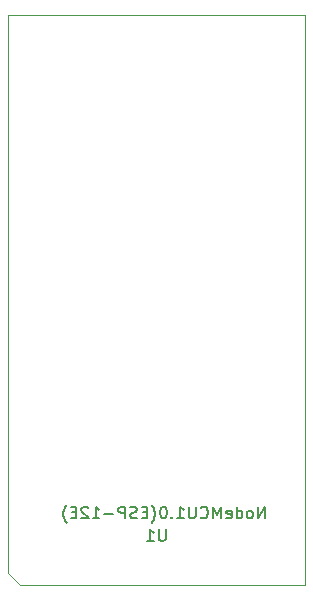
<source format=gbr>
G04 #@! TF.GenerationSoftware,KiCad,Pcbnew,5.1.5-52549c5~86~ubuntu18.04.1*
G04 #@! TF.CreationDate,2020-03-29T17:49:25+00:00*
G04 #@! TF.ProjectId,PIS,5049532e-6b69-4636-9164-5f7063625858,rev?*
G04 #@! TF.SameCoordinates,Original*
G04 #@! TF.FileFunction,Other,Fab,Bot*
%FSLAX46Y46*%
G04 Gerber Fmt 4.6, Leading zero omitted, Abs format (unit mm)*
G04 Created by KiCad (PCBNEW 5.1.5-52549c5~86~ubuntu18.04.1) date 2020-03-29 17:49:25*
%MOMM*%
%LPD*%
G04 APERTURE LIST*
%ADD10C,0.100000*%
%ADD11C,0.150000*%
G04 APERTURE END LIST*
D10*
X121158000Y-150876000D02*
X120142000Y-149860000D01*
X145288000Y-150876000D02*
X121158000Y-150876000D01*
X145288000Y-102616000D02*
X145288000Y-150876000D01*
X120142000Y-102616000D02*
X145288000Y-102616000D01*
X120142000Y-149860000D02*
X120142000Y-102616000D01*
D11*
X141873809Y-145232380D02*
X141873809Y-144232380D01*
X141302380Y-145232380D01*
X141302380Y-144232380D01*
X140683333Y-145232380D02*
X140778571Y-145184761D01*
X140826190Y-145137142D01*
X140873809Y-145041904D01*
X140873809Y-144756190D01*
X140826190Y-144660952D01*
X140778571Y-144613333D01*
X140683333Y-144565714D01*
X140540476Y-144565714D01*
X140445238Y-144613333D01*
X140397619Y-144660952D01*
X140350000Y-144756190D01*
X140350000Y-145041904D01*
X140397619Y-145137142D01*
X140445238Y-145184761D01*
X140540476Y-145232380D01*
X140683333Y-145232380D01*
X139492857Y-145232380D02*
X139492857Y-144232380D01*
X139492857Y-145184761D02*
X139588095Y-145232380D01*
X139778571Y-145232380D01*
X139873809Y-145184761D01*
X139921428Y-145137142D01*
X139969047Y-145041904D01*
X139969047Y-144756190D01*
X139921428Y-144660952D01*
X139873809Y-144613333D01*
X139778571Y-144565714D01*
X139588095Y-144565714D01*
X139492857Y-144613333D01*
X138635714Y-145184761D02*
X138730952Y-145232380D01*
X138921428Y-145232380D01*
X139016666Y-145184761D01*
X139064285Y-145089523D01*
X139064285Y-144708571D01*
X139016666Y-144613333D01*
X138921428Y-144565714D01*
X138730952Y-144565714D01*
X138635714Y-144613333D01*
X138588095Y-144708571D01*
X138588095Y-144803809D01*
X139064285Y-144899047D01*
X138159523Y-145232380D02*
X138159523Y-144232380D01*
X137826190Y-144946666D01*
X137492857Y-144232380D01*
X137492857Y-145232380D01*
X136445238Y-145137142D02*
X136492857Y-145184761D01*
X136635714Y-145232380D01*
X136730952Y-145232380D01*
X136873809Y-145184761D01*
X136969047Y-145089523D01*
X137016666Y-144994285D01*
X137064285Y-144803809D01*
X137064285Y-144660952D01*
X137016666Y-144470476D01*
X136969047Y-144375238D01*
X136873809Y-144280000D01*
X136730952Y-144232380D01*
X136635714Y-144232380D01*
X136492857Y-144280000D01*
X136445238Y-144327619D01*
X136016666Y-144232380D02*
X136016666Y-145041904D01*
X135969047Y-145137142D01*
X135921428Y-145184761D01*
X135826190Y-145232380D01*
X135635714Y-145232380D01*
X135540476Y-145184761D01*
X135492857Y-145137142D01*
X135445238Y-145041904D01*
X135445238Y-144232380D01*
X134445238Y-145232380D02*
X135016666Y-145232380D01*
X134730952Y-145232380D02*
X134730952Y-144232380D01*
X134826190Y-144375238D01*
X134921428Y-144470476D01*
X135016666Y-144518095D01*
X134016666Y-145137142D02*
X133969047Y-145184761D01*
X134016666Y-145232380D01*
X134064285Y-145184761D01*
X134016666Y-145137142D01*
X134016666Y-145232380D01*
X133350000Y-144232380D02*
X133254761Y-144232380D01*
X133159523Y-144280000D01*
X133111904Y-144327619D01*
X133064285Y-144422857D01*
X133016666Y-144613333D01*
X133016666Y-144851428D01*
X133064285Y-145041904D01*
X133111904Y-145137142D01*
X133159523Y-145184761D01*
X133254761Y-145232380D01*
X133350000Y-145232380D01*
X133445238Y-145184761D01*
X133492857Y-145137142D01*
X133540476Y-145041904D01*
X133588095Y-144851428D01*
X133588095Y-144613333D01*
X133540476Y-144422857D01*
X133492857Y-144327619D01*
X133445238Y-144280000D01*
X133350000Y-144232380D01*
X132302380Y-145613333D02*
X132350000Y-145565714D01*
X132445238Y-145422857D01*
X132492857Y-145327619D01*
X132540476Y-145184761D01*
X132588095Y-144946666D01*
X132588095Y-144756190D01*
X132540476Y-144518095D01*
X132492857Y-144375238D01*
X132445238Y-144280000D01*
X132350000Y-144137142D01*
X132302380Y-144089523D01*
X131921428Y-144708571D02*
X131588095Y-144708571D01*
X131445238Y-145232380D02*
X131921428Y-145232380D01*
X131921428Y-144232380D01*
X131445238Y-144232380D01*
X131064285Y-145184761D02*
X130921428Y-145232380D01*
X130683333Y-145232380D01*
X130588095Y-145184761D01*
X130540476Y-145137142D01*
X130492857Y-145041904D01*
X130492857Y-144946666D01*
X130540476Y-144851428D01*
X130588095Y-144803809D01*
X130683333Y-144756190D01*
X130873809Y-144708571D01*
X130969047Y-144660952D01*
X131016666Y-144613333D01*
X131064285Y-144518095D01*
X131064285Y-144422857D01*
X131016666Y-144327619D01*
X130969047Y-144280000D01*
X130873809Y-144232380D01*
X130635714Y-144232380D01*
X130492857Y-144280000D01*
X130064285Y-145232380D02*
X130064285Y-144232380D01*
X129683333Y-144232380D01*
X129588095Y-144280000D01*
X129540476Y-144327619D01*
X129492857Y-144422857D01*
X129492857Y-144565714D01*
X129540476Y-144660952D01*
X129588095Y-144708571D01*
X129683333Y-144756190D01*
X130064285Y-144756190D01*
X129064285Y-144851428D02*
X128302380Y-144851428D01*
X127302380Y-145232380D02*
X127873809Y-145232380D01*
X127588095Y-145232380D02*
X127588095Y-144232380D01*
X127683333Y-144375238D01*
X127778571Y-144470476D01*
X127873809Y-144518095D01*
X126921428Y-144327619D02*
X126873809Y-144280000D01*
X126778571Y-144232380D01*
X126540476Y-144232380D01*
X126445238Y-144280000D01*
X126397619Y-144327619D01*
X126350000Y-144422857D01*
X126350000Y-144518095D01*
X126397619Y-144660952D01*
X126969047Y-145232380D01*
X126350000Y-145232380D01*
X125921428Y-144708571D02*
X125588095Y-144708571D01*
X125445238Y-145232380D02*
X125921428Y-145232380D01*
X125921428Y-144232380D01*
X125445238Y-144232380D01*
X125111904Y-145613333D02*
X125064285Y-145565714D01*
X124969047Y-145422857D01*
X124921428Y-145327619D01*
X124873809Y-145184761D01*
X124826190Y-144946666D01*
X124826190Y-144756190D01*
X124873809Y-144518095D01*
X124921428Y-144375238D01*
X124969047Y-144280000D01*
X125064285Y-144137142D01*
X125111904Y-144089523D01*
X133476904Y-146137380D02*
X133476904Y-146946904D01*
X133429285Y-147042142D01*
X133381666Y-147089761D01*
X133286428Y-147137380D01*
X133095952Y-147137380D01*
X133000714Y-147089761D01*
X132953095Y-147042142D01*
X132905476Y-146946904D01*
X132905476Y-146137380D01*
X131905476Y-147137380D02*
X132476904Y-147137380D01*
X132191190Y-147137380D02*
X132191190Y-146137380D01*
X132286428Y-146280238D01*
X132381666Y-146375476D01*
X132476904Y-146423095D01*
M02*

</source>
